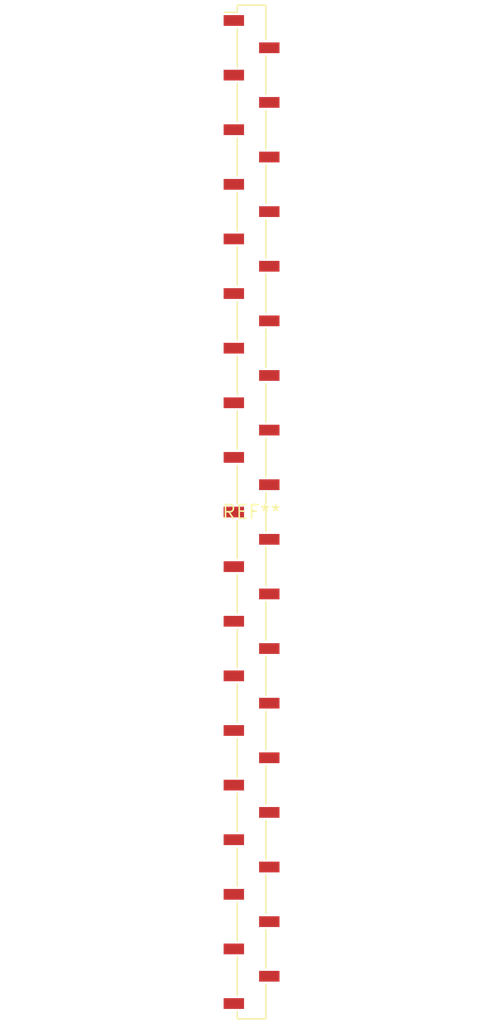
<source format=kicad_pcb>
(kicad_pcb (version 20240108) (generator pcbnew)
  (layers (0 "F.Cu" signal) (31 "B.Cu" signal) (34 "B.Paste" user) (35 "F.Paste" user) (36 "B.SilkS" user "B.Silkscreen") (37 "F.SilkS" user "F.Silkscreen") (38 "B.Mask" user) (39 "F.Mask" user) (44 "Edge.Cuts" user))
  (net 0 "")
  (footprint "PinSocket_1x37_P2.54mm_Vertical_SMD_Pin1Left" (layer "F.Cu") (at 0 0)
    (property "Reference" "REF**")
    (property "Value" "PinSocket_1x37_P2.54mm_Vertical_SMD_Pin1Left")
    (fp_line (start -2.54 -46.48) (end -1.33 -46.48) (layer "F.SilkS") (stroke (width 0.12)))
    (fp_line (start -1.33 -47.15) (end -1.33 -46.48) (layer "F.SilkS") (stroke (width 0.12)))
    (fp_line (start -1.33 -47.15) (end 1.33 -47.15) (layer "F.SilkS") (stroke (width 0.12)))
    (fp_line (start -1.33 -44.96) (end -1.33 -41.4) (layer "F.SilkS") (stroke (width 0.12)))
    (fp_line (start -1.33 -39.88) (end -1.33 -36.32) (layer "F.SilkS") (stroke (width 0.12)))
    (fp_line (start -1.33 -34.8) (end -1.33 -31.24) (layer "F.SilkS") (stroke (width 0.12)))
    (fp_line (start -1.33 -29.72) (end -1.33 -26.16) (layer "F.SilkS") (stroke (width 0.12)))
    (fp_line (start -1.33 -24.64) (end -1.33 -21.08) (layer "F.SilkS") (stroke (width 0.12)))
    (fp_line (start -1.33 -19.56) (end -1.33 -16) (layer "F.SilkS") (stroke (width 0.12)))
    (fp_line (start -1.33 -14.48) (end -1.33 -10.92) (layer "F.SilkS") (stroke (width 0.12)))
    (fp_line (start -1.33 -9.4) (end -1.33 -5.84) (layer "F.SilkS") (stroke (width 0.12)))
    (fp_line (start -1.33 -4.32) (end -1.33 -0.76) (layer "F.SilkS") (stroke (width 0.12)))
    (fp_line (start -1.33 0.76) (end -1.33 4.32) (layer "F.SilkS") (stroke (width 0.12)))
    (fp_line (start -1.33 5.84) (end -1.33 9.4) (layer "F.SilkS") (stroke (width 0.12)))
    (fp_line (start -1.33 10.92) (end -1.33 14.48) (layer "F.SilkS") (stroke (width 0.12)))
    (fp_line (start -1.33 16) (end -1.33 19.56) (layer "F.SilkS") (stroke (width 0.12)))
    (fp_line (start -1.33 21.08) (end -1.33 24.64) (layer "F.SilkS") (stroke (width 0.12)))
    (fp_line (start -1.33 26.16) (end -1.33 29.72) (layer "F.SilkS") (stroke (width 0.12)))
    (fp_line (start -1.33 31.24) (end -1.33 34.8) (layer "F.SilkS") (stroke (width 0.12)))
    (fp_line (start -1.33 36.32) (end -1.33 39.88) (layer "F.SilkS") (stroke (width 0.12)))
    (fp_line (start -1.33 41.4) (end -1.33 44.96) (layer "F.SilkS") (stroke (width 0.12)))
    (fp_line (start -1.33 46.48) (end -1.33 47.15) (layer "F.SilkS") (stroke (width 0.12)))
    (fp_line (start -1.33 47.15) (end 1.33 47.15) (layer "F.SilkS") (stroke (width 0.12)))
    (fp_line (start 1.33 -47.15) (end 1.33 -43.94) (layer "F.SilkS") (stroke (width 0.12)))
    (fp_line (start 1.33 -42.42) (end 1.33 -38.86) (layer "F.SilkS") (stroke (width 0.12)))
    (fp_line (start 1.33 -37.34) (end 1.33 -33.78) (layer "F.SilkS") (stroke (width 0.12)))
    (fp_line (start 1.33 -32.26) (end 1.33 -28.7) (layer "F.SilkS") (stroke (width 0.12)))
    (fp_line (start 1.33 -27.18) (end 1.33 -23.62) (layer "F.SilkS") (stroke (width 0.12)))
    (fp_line (start 1.33 -22.1) (end 1.33 -18.54) (layer "F.SilkS") (stroke (width 0.12)))
    (fp_line (start 1.33 -17.02) (end 1.33 -13.46) (layer "F.SilkS") (stroke (width 0.12)))
    (fp_line (start 1.33 -11.94) (end 1.33 -8.38) (layer "F.SilkS") (stroke (width 0.12)))
    (fp_line (start 1.33 -6.86) (end 1.33 -3.3) (layer "F.SilkS") (stroke (width 0.12)))
    (fp_line (start 1.33 -1.78) (end 1.33 1.78) (layer "F.SilkS") (stroke (width 0.12)))
    (fp_line (start 1.33 3.3) (end 1.33 6.86) (layer "F.SilkS") (stroke (width 0.12)))
    (fp_line (start 1.33 8.38) (end 1.33 11.94) (layer "F.SilkS") (stroke (width 0.12)))
    (fp_line (start 1.33 13.46) (end 1.33 17.02) (layer "F.SilkS") (stroke (width 0.12)))
    (fp_line (start 1.33 18.54) (end 1.33 22.1) (layer "F.SilkS") (stroke (width 0.12)))
    (fp_line (start 1.33 23.62) (end 1.33 27.18) (layer "F.SilkS") (stroke (width 0.12)))
    (fp_line (start 1.33 28.7) (end 1.33 32.26) (layer "F.SilkS") (stroke (width 0.12)))
    (fp_line (start 1.33 33.78) (end 1.33 37.34) (layer "F.SilkS") (stroke (width 0.12)))
    (fp_line (start 1.33 38.86) (end 1.33 42.42) (layer "F.SilkS") (stroke (width 0.12)))
    (fp_line (start 1.33 43.94) (end 1.33 47.15) (layer "F.SilkS") (stroke (width 0.12)))
    (pad "1" smd rect (at -1.65 -45.72) (size 1.9 1) (layers "F.Cu" "F.Paste" "F.Mask"))
    (pad "2" smd rect (at 1.65 -43.18) (size 1.9 1) (layers "F.Cu" "F.Paste" "F.Mask"))
    (pad "3" smd rect (at -1.65 -40.64) (size 1.9 1) (layers "F.Cu" "F.Paste" "F.Mask"))
    (pad "4" smd rect (at 1.65 -38.1) (size 1.9 1) (layers "F.Cu" "F.Paste" "F.Mask"))
    (pad "5" smd rect (at -1.65 -35.56) (size 1.9 1) (layers "F.Cu" "F.Paste" "F.Mask"))
    (pad "6" smd rect (at 1.65 -33.02) (size 1.9 1) (layers "F.Cu" "F.Paste" "F.Mask"))
    (pad "7" smd rect (at -1.65 -30.48) (size 1.9 1) (layers "F.Cu" "F.Paste" "F.Mask"))
    (pad "8" smd rect (at 1.65 -27.94) (size 1.9 1) (layers "F.Cu" "F.Paste" "F.Mask"))
    (pad "9" smd rect (at -1.65 -25.4) (size 1.9 1) (layers "F.Cu" "F.Paste" "F.Mask"))
    (pad "10" smd rect (at 1.65 -22.86) (size 1.9 1) (layers "F.Cu" "F.Paste" "F.Mask"))
    (pad "11" smd rect (at -1.65 -20.32) (size 1.9 1) (layers "F.Cu" "F.Paste" "F.Mask"))
    (pad "12" smd rect (at 1.65 -17.78) (size 1.9 1) (layers "F.Cu" "F.Paste" "F.Mask"))
    (pad "13" smd rect (at -1.65 -15.24) (size 1.9 1) (layers "F.Cu" "F.Paste" "F.Mask"))
    (pad "14" smd rect (at 1.65 -12.7) (size 1.9 1) (layers "F.Cu" "F.Paste" "F.Mask"))
    (pad "15" smd rect (at -1.65 -10.16) (size 1.9 1) (layers "F.Cu" "F.Paste" "F.Mask"))
    (pad "16" smd rect (at 1.65 -7.62) (size 1.9 1) (layers "F.Cu" "F.Paste" "F.Mask"))
    (pad "17" smd rect (at -1.65 -5.08) (size 1.9 1) (layers "F.Cu" "F.Paste" "F.Mask"))
    (pad "18" smd rect (at 1.65 -2.54) (size 1.9 1) (layers "F.Cu" "F.Paste" "F.Mask"))
    (pad "19" smd rect (at -1.65 0) (size 1.9 1) (layers "F.Cu" "F.Paste" "F.Mask"))
    (pad "20" smd rect (at 1.65 2.54) (size 1.9 1) (layers "F.Cu" "F.Paste" "F.Mask"))
    (pad "21" smd rect (at -1.65 5.08) (size 1.9 1) (layers "F.Cu" "F.Paste" "F.Mask"))
    (pad "22" smd rect (at 1.65 7.62) (size 1.9 1) (layers "F.Cu" "F.Paste" "F.Mask"))
    (pad "23" smd rect (at -1.65 10.16) (size 1.9 1) (layers "F.Cu" "F.Paste" "F.Mask"))
    (pad "24" smd rect (at 1.65 12.7) (size 1.9 1) (layers "F.Cu" "F.Paste" "F.Mask"))
    (pad "25" smd rect (at -1.65 15.24) (size 1.9 1) (layers "F.Cu" "F.Paste" "F.Mask"))
    (pad "26" smd rect (at 1.65 17.78) (size 1.9 1) (layers "F.Cu" "F.Paste" "F.Mask"))
    (pad "27" smd rect (at -1.65 20.32) (size 1.9 1) (layers "F.Cu" "F.Paste" "F.Mask"))
    (pad "28" smd rect (at 1.65 22.86) (size 1.9 1) (layers "F.Cu" "F.Paste" "F.Mask"))
    (pad "29" smd rect (at -1.65 25.4) (size 1.9 1) (layers "F.Cu" "F.Paste" "F.Mask"))
    (pad "30" smd rect (at 1.65 27.94) (size 1.9 1) (layers "F.Cu" "F.Paste" "F.Mask"))
    (pad "31" smd rect (at -1.65 30.48) (size 1.9 1) (layers "F.Cu" "F.Paste" "F.Mask"))
    (pad "32" smd rect (at 1.65 33.02) (size 1.9 1) (layers "F.Cu" "F.Paste" "F.Mask"))
    (pad "33" smd rect (at -1.65 35.56) (size 1.9 1) (layers "F.Cu" "F.Paste" "F.Mask"))
    (pad "34" smd rect (at 1.65 38.1) (size 1.9 1) (layers "F.Cu" "F.Paste" "F.Mask"))
    (pad "35" smd rect (at -1.65 40.64) (size 1.9 1) (layers "F.Cu" "F.Paste" "F.Mask"))
    (pad "36" smd rect (at 1.65 43.18) (size 1.9 1) (layers "F.Cu" "F.Paste" "F.Mask"))
    (pad "37" smd rect (at -1.65 45.72) (size 1.9 1) (layers "F.Cu" "F.Paste" "F.Mask"))
  )
)
</source>
